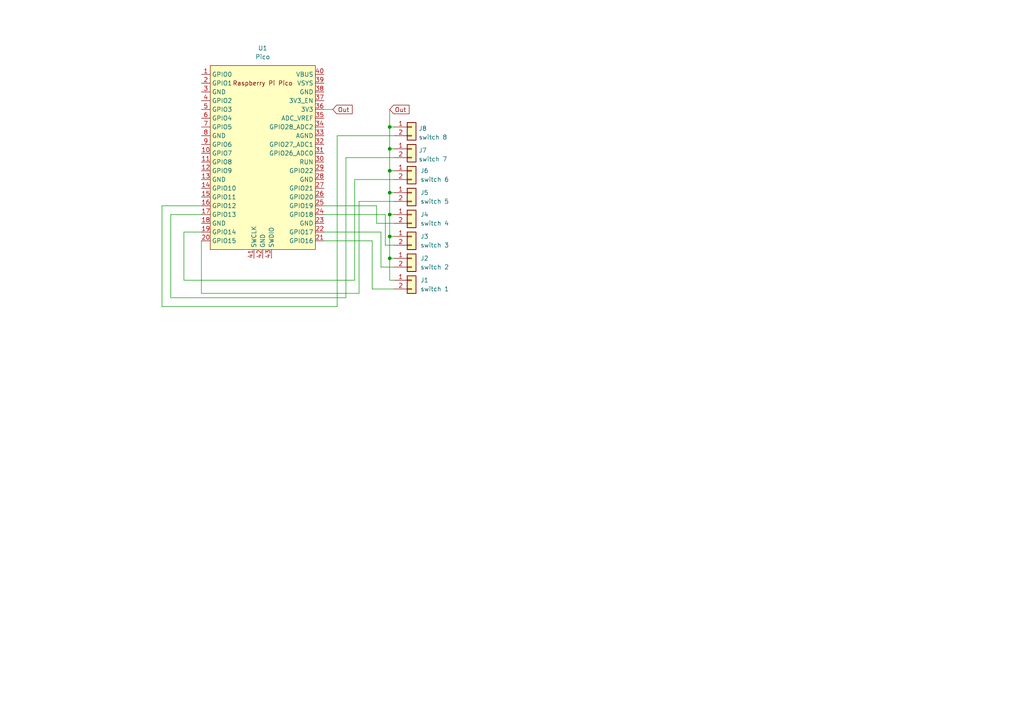
<source format=kicad_sch>
(kicad_sch (version 20211123) (generator eeschema)

  (uuid 8e247c2e-b63e-4a70-8c32-64933e91ced0)

  (paper "A4")

  (lib_symbols
    (symbol "Connector_Generic:Conn_01x02" (pin_names (offset 1.016) hide) (in_bom yes) (on_board yes)
      (property "Reference" "J" (id 0) (at 0 2.54 0)
        (effects (font (size 1.27 1.27)))
      )
      (property "Value" "Conn_01x02" (id 1) (at 0 -5.08 0)
        (effects (font (size 1.27 1.27)))
      )
      (property "Footprint" "" (id 2) (at 0 0 0)
        (effects (font (size 1.27 1.27)) hide)
      )
      (property "Datasheet" "~" (id 3) (at 0 0 0)
        (effects (font (size 1.27 1.27)) hide)
      )
      (property "ki_keywords" "connector" (id 4) (at 0 0 0)
        (effects (font (size 1.27 1.27)) hide)
      )
      (property "ki_description" "Generic connector, single row, 01x02, script generated (kicad-library-utils/schlib/autogen/connector/)" (id 5) (at 0 0 0)
        (effects (font (size 1.27 1.27)) hide)
      )
      (property "ki_fp_filters" "Connector*:*_1x??_*" (id 6) (at 0 0 0)
        (effects (font (size 1.27 1.27)) hide)
      )
      (symbol "Conn_01x02_1_1"
        (rectangle (start -1.27 -2.413) (end 0 -2.667)
          (stroke (width 0.1524) (type default) (color 0 0 0 0))
          (fill (type none))
        )
        (rectangle (start -1.27 0.127) (end 0 -0.127)
          (stroke (width 0.1524) (type default) (color 0 0 0 0))
          (fill (type none))
        )
        (rectangle (start -1.27 1.27) (end 1.27 -3.81)
          (stroke (width 0.254) (type default) (color 0 0 0 0))
          (fill (type background))
        )
        (pin passive line (at -5.08 0 0) (length 3.81)
          (name "Pin_1" (effects (font (size 1.27 1.27))))
          (number "1" (effects (font (size 1.27 1.27))))
        )
        (pin passive line (at -5.08 -2.54 0) (length 3.81)
          (name "Pin_2" (effects (font (size 1.27 1.27))))
          (number "2" (effects (font (size 1.27 1.27))))
        )
      )
    )
    (symbol "MCU_RaspberryPi_and_Boards:Pico" (in_bom yes) (on_board yes)
      (property "Reference" "U" (id 0) (at -13.97 27.94 0)
        (effects (font (size 1.27 1.27)))
      )
      (property "Value" "Pico" (id 1) (at 0 19.05 0)
        (effects (font (size 1.27 1.27)))
      )
      (property "Footprint" "RPi_Pico:RPi_Pico_SMD_TH" (id 2) (at 0 0 90)
        (effects (font (size 1.27 1.27)) hide)
      )
      (property "Datasheet" "" (id 3) (at 0 0 0)
        (effects (font (size 1.27 1.27)) hide)
      )
      (symbol "Pico_0_0"
        (text "Raspberry Pi Pico" (at 0 21.59 0)
          (effects (font (size 1.27 1.27)))
        )
      )
      (symbol "Pico_0_1"
        (rectangle (start -15.24 26.67) (end 15.24 -26.67)
          (stroke (width 0) (type default) (color 0 0 0 0))
          (fill (type background))
        )
      )
      (symbol "Pico_1_1"
        (pin bidirectional line (at -17.78 24.13 0) (length 2.54)
          (name "GPIO0" (effects (font (size 1.27 1.27))))
          (number "1" (effects (font (size 1.27 1.27))))
        )
        (pin bidirectional line (at -17.78 1.27 0) (length 2.54)
          (name "GPIO7" (effects (font (size 1.27 1.27))))
          (number "10" (effects (font (size 1.27 1.27))))
        )
        (pin bidirectional line (at -17.78 -1.27 0) (length 2.54)
          (name "GPIO8" (effects (font (size 1.27 1.27))))
          (number "11" (effects (font (size 1.27 1.27))))
        )
        (pin bidirectional line (at -17.78 -3.81 0) (length 2.54)
          (name "GPIO9" (effects (font (size 1.27 1.27))))
          (number "12" (effects (font (size 1.27 1.27))))
        )
        (pin power_in line (at -17.78 -6.35 0) (length 2.54)
          (name "GND" (effects (font (size 1.27 1.27))))
          (number "13" (effects (font (size 1.27 1.27))))
        )
        (pin bidirectional line (at -17.78 -8.89 0) (length 2.54)
          (name "GPIO10" (effects (font (size 1.27 1.27))))
          (number "14" (effects (font (size 1.27 1.27))))
        )
        (pin bidirectional line (at -17.78 -11.43 0) (length 2.54)
          (name "GPIO11" (effects (font (size 1.27 1.27))))
          (number "15" (effects (font (size 1.27 1.27))))
        )
        (pin bidirectional line (at -17.78 -13.97 0) (length 2.54)
          (name "GPIO12" (effects (font (size 1.27 1.27))))
          (number "16" (effects (font (size 1.27 1.27))))
        )
        (pin bidirectional line (at -17.78 -16.51 0) (length 2.54)
          (name "GPIO13" (effects (font (size 1.27 1.27))))
          (number "17" (effects (font (size 1.27 1.27))))
        )
        (pin power_in line (at -17.78 -19.05 0) (length 2.54)
          (name "GND" (effects (font (size 1.27 1.27))))
          (number "18" (effects (font (size 1.27 1.27))))
        )
        (pin bidirectional line (at -17.78 -21.59 0) (length 2.54)
          (name "GPIO14" (effects (font (size 1.27 1.27))))
          (number "19" (effects (font (size 1.27 1.27))))
        )
        (pin bidirectional line (at -17.78 21.59 0) (length 2.54)
          (name "GPIO1" (effects (font (size 1.27 1.27))))
          (number "2" (effects (font (size 1.27 1.27))))
        )
        (pin bidirectional line (at -17.78 -24.13 0) (length 2.54)
          (name "GPIO15" (effects (font (size 1.27 1.27))))
          (number "20" (effects (font (size 1.27 1.27))))
        )
        (pin bidirectional line (at 17.78 -24.13 180) (length 2.54)
          (name "GPIO16" (effects (font (size 1.27 1.27))))
          (number "21" (effects (font (size 1.27 1.27))))
        )
        (pin bidirectional line (at 17.78 -21.59 180) (length 2.54)
          (name "GPIO17" (effects (font (size 1.27 1.27))))
          (number "22" (effects (font (size 1.27 1.27))))
        )
        (pin power_in line (at 17.78 -19.05 180) (length 2.54)
          (name "GND" (effects (font (size 1.27 1.27))))
          (number "23" (effects (font (size 1.27 1.27))))
        )
        (pin bidirectional line (at 17.78 -16.51 180) (length 2.54)
          (name "GPIO18" (effects (font (size 1.27 1.27))))
          (number "24" (effects (font (size 1.27 1.27))))
        )
        (pin bidirectional line (at 17.78 -13.97 180) (length 2.54)
          (name "GPIO19" (effects (font (size 1.27 1.27))))
          (number "25" (effects (font (size 1.27 1.27))))
        )
        (pin bidirectional line (at 17.78 -11.43 180) (length 2.54)
          (name "GPIO20" (effects (font (size 1.27 1.27))))
          (number "26" (effects (font (size 1.27 1.27))))
        )
        (pin bidirectional line (at 17.78 -8.89 180) (length 2.54)
          (name "GPIO21" (effects (font (size 1.27 1.27))))
          (number "27" (effects (font (size 1.27 1.27))))
        )
        (pin power_in line (at 17.78 -6.35 180) (length 2.54)
          (name "GND" (effects (font (size 1.27 1.27))))
          (number "28" (effects (font (size 1.27 1.27))))
        )
        (pin bidirectional line (at 17.78 -3.81 180) (length 2.54)
          (name "GPIO22" (effects (font (size 1.27 1.27))))
          (number "29" (effects (font (size 1.27 1.27))))
        )
        (pin power_in line (at -17.78 19.05 0) (length 2.54)
          (name "GND" (effects (font (size 1.27 1.27))))
          (number "3" (effects (font (size 1.27 1.27))))
        )
        (pin input line (at 17.78 -1.27 180) (length 2.54)
          (name "RUN" (effects (font (size 1.27 1.27))))
          (number "30" (effects (font (size 1.27 1.27))))
        )
        (pin bidirectional line (at 17.78 1.27 180) (length 2.54)
          (name "GPIO26_ADC0" (effects (font (size 1.27 1.27))))
          (number "31" (effects (font (size 1.27 1.27))))
        )
        (pin bidirectional line (at 17.78 3.81 180) (length 2.54)
          (name "GPIO27_ADC1" (effects (font (size 1.27 1.27))))
          (number "32" (effects (font (size 1.27 1.27))))
        )
        (pin power_in line (at 17.78 6.35 180) (length 2.54)
          (name "AGND" (effects (font (size 1.27 1.27))))
          (number "33" (effects (font (size 1.27 1.27))))
        )
        (pin bidirectional line (at 17.78 8.89 180) (length 2.54)
          (name "GPIO28_ADC2" (effects (font (size 1.27 1.27))))
          (number "34" (effects (font (size 1.27 1.27))))
        )
        (pin power_in line (at 17.78 11.43 180) (length 2.54)
          (name "ADC_VREF" (effects (font (size 1.27 1.27))))
          (number "35" (effects (font (size 1.27 1.27))))
        )
        (pin power_in line (at 17.78 13.97 180) (length 2.54)
          (name "3V3" (effects (font (size 1.27 1.27))))
          (number "36" (effects (font (size 1.27 1.27))))
        )
        (pin input line (at 17.78 16.51 180) (length 2.54)
          (name "3V3_EN" (effects (font (size 1.27 1.27))))
          (number "37" (effects (font (size 1.27 1.27))))
        )
        (pin bidirectional line (at 17.78 19.05 180) (length 2.54)
          (name "GND" (effects (font (size 1.27 1.27))))
          (number "38" (effects (font (size 1.27 1.27))))
        )
        (pin power_in line (at 17.78 21.59 180) (length 2.54)
          (name "VSYS" (effects (font (size 1.27 1.27))))
          (number "39" (effects (font (size 1.27 1.27))))
        )
        (pin bidirectional line (at -17.78 16.51 0) (length 2.54)
          (name "GPIO2" (effects (font (size 1.27 1.27))))
          (number "4" (effects (font (size 1.27 1.27))))
        )
        (pin power_in line (at 17.78 24.13 180) (length 2.54)
          (name "VBUS" (effects (font (size 1.27 1.27))))
          (number "40" (effects (font (size 1.27 1.27))))
        )
        (pin input line (at -2.54 -29.21 90) (length 2.54)
          (name "SWCLK" (effects (font (size 1.27 1.27))))
          (number "41" (effects (font (size 1.27 1.27))))
        )
        (pin power_in line (at 0 -29.21 90) (length 2.54)
          (name "GND" (effects (font (size 1.27 1.27))))
          (number "42" (effects (font (size 1.27 1.27))))
        )
        (pin bidirectional line (at 2.54 -29.21 90) (length 2.54)
          (name "SWDIO" (effects (font (size 1.27 1.27))))
          (number "43" (effects (font (size 1.27 1.27))))
        )
        (pin bidirectional line (at -17.78 13.97 0) (length 2.54)
          (name "GPIO3" (effects (font (size 1.27 1.27))))
          (number "5" (effects (font (size 1.27 1.27))))
        )
        (pin bidirectional line (at -17.78 11.43 0) (length 2.54)
          (name "GPIO4" (effects (font (size 1.27 1.27))))
          (number "6" (effects (font (size 1.27 1.27))))
        )
        (pin bidirectional line (at -17.78 8.89 0) (length 2.54)
          (name "GPIO5" (effects (font (size 1.27 1.27))))
          (number "7" (effects (font (size 1.27 1.27))))
        )
        (pin power_in line (at -17.78 6.35 0) (length 2.54)
          (name "GND" (effects (font (size 1.27 1.27))))
          (number "8" (effects (font (size 1.27 1.27))))
        )
        (pin bidirectional line (at -17.78 3.81 0) (length 2.54)
          (name "GPIO6" (effects (font (size 1.27 1.27))))
          (number "9" (effects (font (size 1.27 1.27))))
        )
      )
    )
  )

  (junction (at 113.03 43.18) (diameter 0) (color 0 0 0 0)
    (uuid 1513aaab-d10f-4e1f-953c-b207de6b915c)
  )
  (junction (at 113.03 62.23) (diameter 0) (color 0 0 0 0)
    (uuid 3333ebbd-b600-46c6-8cf0-8b6e02842df3)
  )
  (junction (at 113.03 74.93) (diameter 0) (color 0 0 0 0)
    (uuid 4096c8e3-18de-4d14-8837-37b1085905cd)
  )
  (junction (at 113.03 49.53) (diameter 0) (color 0 0 0 0)
    (uuid 4e77debb-f37d-459e-9554-542363d826aa)
  )
  (junction (at 113.03 36.83) (diameter 0) (color 0 0 0 0)
    (uuid 710728c3-517c-4242-b364-9c27e4dce61d)
  )
  (junction (at 113.03 55.88) (diameter 0) (color 0 0 0 0)
    (uuid c5e34d78-32ac-458c-b1ad-a3687acba769)
  )
  (junction (at 113.03 68.58) (diameter 0) (color 0 0 0 0)
    (uuid c847e662-d033-4c33-a7ac-02fd3fa9fa18)
  )

  (wire (pts (xy 93.98 59.69) (xy 109.22 59.69))
    (stroke (width 0) (type default) (color 0 0 0 0))
    (uuid 044efde3-0dd4-451b-adce-22ec37ff1562)
  )
  (wire (pts (xy 58.42 67.31) (xy 53.34 67.31))
    (stroke (width 0) (type default) (color 0 0 0 0))
    (uuid 045fc621-2ca3-427b-8ef1-240d98a11b3f)
  )
  (wire (pts (xy 53.34 81.28) (xy 102.87 81.28))
    (stroke (width 0) (type default) (color 0 0 0 0))
    (uuid 13c6d79a-4b14-4421-b9ce-a58a16762e28)
  )
  (wire (pts (xy 111.76 71.12) (xy 114.3 71.12))
    (stroke (width 0) (type default) (color 0 0 0 0))
    (uuid 16185abe-89cc-4b4d-8d66-6bb9585c931f)
  )
  (wire (pts (xy 113.03 43.18) (xy 113.03 49.53))
    (stroke (width 0) (type default) (color 0 0 0 0))
    (uuid 1e483cf8-9e9a-4977-b975-9c07821e4ae7)
  )
  (wire (pts (xy 113.03 55.88) (xy 114.3 55.88))
    (stroke (width 0) (type default) (color 0 0 0 0))
    (uuid 2229db8d-9c80-46bc-b0bb-0d5635ec517e)
  )
  (wire (pts (xy 93.98 67.31) (xy 110.49 67.31))
    (stroke (width 0) (type default) (color 0 0 0 0))
    (uuid 23379294-528e-4cff-80e1-bc9bacdce05b)
  )
  (wire (pts (xy 102.87 81.28) (xy 102.87 52.07))
    (stroke (width 0) (type default) (color 0 0 0 0))
    (uuid 27ae32b5-5bc9-47d4-9b71-b149bc3ccee1)
  )
  (wire (pts (xy 113.03 31.75) (xy 113.03 36.83))
    (stroke (width 0) (type default) (color 0 0 0 0))
    (uuid 2e7d5b89-066b-4def-972a-f4080c2bd0b9)
  )
  (wire (pts (xy 113.03 62.23) (xy 114.3 62.23))
    (stroke (width 0) (type default) (color 0 0 0 0))
    (uuid 365a9f24-7589-4a9e-9d86-c7f3815abd7c)
  )
  (wire (pts (xy 113.03 74.93) (xy 114.3 74.93))
    (stroke (width 0) (type default) (color 0 0 0 0))
    (uuid 397cd0d0-ec81-466e-aecd-d2ceee76e173)
  )
  (wire (pts (xy 109.22 64.77) (xy 114.3 64.77))
    (stroke (width 0) (type default) (color 0 0 0 0))
    (uuid 3b136cd7-cf47-4df1-9dd2-60c70260bb66)
  )
  (wire (pts (xy 93.98 31.75) (xy 96.52 31.75))
    (stroke (width 0) (type default) (color 0 0 0 0))
    (uuid 3bfd20a4-6b0c-4df5-b0ef-667f45d52783)
  )
  (wire (pts (xy 97.79 39.37) (xy 97.79 88.9))
    (stroke (width 0) (type default) (color 0 0 0 0))
    (uuid 40105fad-9dbd-4d53-8eb0-67d8c84dc682)
  )
  (wire (pts (xy 49.53 86.36) (xy 100.33 86.36))
    (stroke (width 0) (type default) (color 0 0 0 0))
    (uuid 45a0ea3a-da06-4958-b002-46f0015400cc)
  )
  (wire (pts (xy 113.03 55.88) (xy 113.03 62.23))
    (stroke (width 0) (type default) (color 0 0 0 0))
    (uuid 46d8e19f-3930-40b6-8592-f13dd41f9f03)
  )
  (wire (pts (xy 97.79 39.37) (xy 114.3 39.37))
    (stroke (width 0) (type default) (color 0 0 0 0))
    (uuid 483dcd72-d815-49e1-9bb2-5658cc1c7741)
  )
  (wire (pts (xy 110.49 77.47) (xy 114.3 77.47))
    (stroke (width 0) (type default) (color 0 0 0 0))
    (uuid 4f9ae4ae-7fd5-40b7-9bda-1c86ac8fe0fe)
  )
  (wire (pts (xy 107.95 83.82) (xy 114.3 83.82))
    (stroke (width 0) (type default) (color 0 0 0 0))
    (uuid 55388d05-1113-450b-9418-d20942410bd4)
  )
  (wire (pts (xy 111.76 62.23) (xy 111.76 71.12))
    (stroke (width 0) (type default) (color 0 0 0 0))
    (uuid 5de69efa-88ad-454e-9f0d-512a7895b3da)
  )
  (wire (pts (xy 100.33 86.36) (xy 100.33 45.72))
    (stroke (width 0) (type default) (color 0 0 0 0))
    (uuid 63701fbb-eb6c-4e42-b1b3-7a60f7a7b215)
  )
  (wire (pts (xy 113.03 68.58) (xy 114.3 68.58))
    (stroke (width 0) (type default) (color 0 0 0 0))
    (uuid 69a99214-51e5-4198-b70b-bd7e300d2524)
  )
  (wire (pts (xy 113.03 49.53) (xy 114.3 49.53))
    (stroke (width 0) (type default) (color 0 0 0 0))
    (uuid 6d341081-e485-4fd1-933c-ec15fba8c3bc)
  )
  (wire (pts (xy 93.98 62.23) (xy 111.76 62.23))
    (stroke (width 0) (type default) (color 0 0 0 0))
    (uuid 74e1a999-cc85-4bae-a7ff-d8b26ac949cd)
  )
  (wire (pts (xy 49.53 62.23) (xy 49.53 86.36))
    (stroke (width 0) (type default) (color 0 0 0 0))
    (uuid 7ce6df63-ffa6-4fef-adcb-65834b331198)
  )
  (wire (pts (xy 113.03 43.18) (xy 114.3 43.18))
    (stroke (width 0) (type default) (color 0 0 0 0))
    (uuid 89481332-3839-46c2-a181-701e719a897a)
  )
  (wire (pts (xy 113.03 81.28) (xy 114.3 81.28))
    (stroke (width 0) (type default) (color 0 0 0 0))
    (uuid 89a303da-ca77-4e38-9ca8-8ec1e22c428c)
  )
  (wire (pts (xy 104.14 85.09) (xy 104.14 58.42))
    (stroke (width 0) (type default) (color 0 0 0 0))
    (uuid 8ed5ee37-baa2-47ad-92b9-9ec1256bdf44)
  )
  (wire (pts (xy 53.34 67.31) (xy 53.34 81.28))
    (stroke (width 0) (type default) (color 0 0 0 0))
    (uuid 90f407e6-ab50-4368-8e33-bc23c233f276)
  )
  (wire (pts (xy 113.03 49.53) (xy 113.03 55.88))
    (stroke (width 0) (type default) (color 0 0 0 0))
    (uuid 93bc46e4-5043-4364-805b-50ea1157941d)
  )
  (wire (pts (xy 110.49 67.31) (xy 110.49 77.47))
    (stroke (width 0) (type default) (color 0 0 0 0))
    (uuid 9d20650d-8c1a-4814-97fe-c9526953db91)
  )
  (wire (pts (xy 104.14 58.42) (xy 114.3 58.42))
    (stroke (width 0) (type default) (color 0 0 0 0))
    (uuid a37a3bbf-6f3a-4ec0-aab5-c053451fbf92)
  )
  (wire (pts (xy 102.87 52.07) (xy 114.3 52.07))
    (stroke (width 0) (type default) (color 0 0 0 0))
    (uuid a6f6537a-1684-45ce-a7a4-95fdcfad6540)
  )
  (wire (pts (xy 58.42 62.23) (xy 49.53 62.23))
    (stroke (width 0) (type default) (color 0 0 0 0))
    (uuid ab88f3e0-e707-48e0-91f8-7ac28f1ec265)
  )
  (wire (pts (xy 58.42 85.09) (xy 104.14 85.09))
    (stroke (width 0) (type default) (color 0 0 0 0))
    (uuid ae7197d1-ded7-4291-b079-95a9d6543dd4)
  )
  (wire (pts (xy 113.03 36.83) (xy 113.03 43.18))
    (stroke (width 0) (type default) (color 0 0 0 0))
    (uuid bc45e72e-54bf-49e8-8a93-6241b1e08251)
  )
  (wire (pts (xy 58.42 59.69) (xy 46.99 59.69))
    (stroke (width 0) (type default) (color 0 0 0 0))
    (uuid c0629038-e9f7-410b-9f57-84a98c903161)
  )
  (wire (pts (xy 100.33 45.72) (xy 114.3 45.72))
    (stroke (width 0) (type default) (color 0 0 0 0))
    (uuid c9648bdc-d98f-4525-8168-c7fdca907140)
  )
  (wire (pts (xy 113.03 62.23) (xy 113.03 68.58))
    (stroke (width 0) (type default) (color 0 0 0 0))
    (uuid d1851cec-0898-4ecb-9de2-d90a57dc0d95)
  )
  (wire (pts (xy 113.03 74.93) (xy 113.03 81.28))
    (stroke (width 0) (type default) (color 0 0 0 0))
    (uuid d78b5a65-1fde-4ebc-9dc2-78efbddd07eb)
  )
  (wire (pts (xy 46.99 88.9) (xy 97.79 88.9))
    (stroke (width 0) (type default) (color 0 0 0 0))
    (uuid da271bc9-708d-487e-8ba2-1d95b97468f4)
  )
  (wire (pts (xy 107.95 69.85) (xy 107.95 83.82))
    (stroke (width 0) (type default) (color 0 0 0 0))
    (uuid da6b2638-8725-49d5-8b3b-157cb264d00e)
  )
  (wire (pts (xy 109.22 59.69) (xy 109.22 64.77))
    (stroke (width 0) (type default) (color 0 0 0 0))
    (uuid dc822088-6745-4d4e-b627-c6f86bff9e16)
  )
  (wire (pts (xy 113.03 68.58) (xy 113.03 74.93))
    (stroke (width 0) (type default) (color 0 0 0 0))
    (uuid e13e500b-5c6a-44a4-b582-e211e032a1f5)
  )
  (wire (pts (xy 46.99 59.69) (xy 46.99 88.9))
    (stroke (width 0) (type default) (color 0 0 0 0))
    (uuid e5133bb1-1414-461b-aa19-e1d8173ac8c6)
  )
  (wire (pts (xy 58.42 69.85) (xy 58.42 85.09))
    (stroke (width 0) (type default) (color 0 0 0 0))
    (uuid e8e80187-1eb5-45d1-bf57-1f6b8200a202)
  )
  (wire (pts (xy 113.03 36.83) (xy 114.3 36.83))
    (stroke (width 0) (type default) (color 0 0 0 0))
    (uuid f4e7d35b-235c-4316-8d03-f1d2c030bf61)
  )
  (wire (pts (xy 93.98 69.85) (xy 107.95 69.85))
    (stroke (width 0) (type default) (color 0 0 0 0))
    (uuid f64fe2cb-1401-4ba7-8212-0e1cb29ad247)
  )

  (global_label "Out" (shape input) (at 113.03 31.75 0) (fields_autoplaced)
    (effects (font (size 1.27 1.27)) (justify left))
    (uuid 07ae3594-689a-497d-a4af-68fd4721c856)
    (property "Intersheet References" "${INTERSHEET_REFS}" (id 0) (at 118.6483 31.6706 0)
      (effects (font (size 1.27 1.27)) (justify left) hide)
    )
  )
  (global_label "Out" (shape input) (at 96.52 31.75 0) (fields_autoplaced)
    (effects (font (size 1.27 1.27)) (justify left))
    (uuid 79d2d086-b743-4707-86ad-8d114f7978b3)
    (property "Intersheet References" "${INTERSHEET_REFS}" (id 0) (at 102.1383 31.6706 0)
      (effects (font (size 1.27 1.27)) (justify left) hide)
    )
  )

  (symbol (lib_id "Connector_Generic:Conn_01x02") (at 119.38 55.88 0) (unit 1)
    (in_bom yes) (on_board yes) (fields_autoplaced)
    (uuid 0a2dcef2-f4fa-403a-9225-8dae005dca8c)
    (property "Reference" "J5" (id 0) (at 121.92 55.8799 0)
      (effects (font (size 1.27 1.27)) (justify left))
    )
    (property "Value" "switch 5" (id 1) (at 121.92 58.4199 0)
      (effects (font (size 1.27 1.27)) (justify left))
    )
    (property "Footprint" "" (id 2) (at 119.38 55.88 0)
      (effects (font (size 1.27 1.27)) hide)
    )
    (property "Datasheet" "~" (id 3) (at 119.38 55.88 0)
      (effects (font (size 1.27 1.27)) hide)
    )
    (pin "1" (uuid c611bc05-49b5-40ec-8cdb-1a1bb2d058ad))
    (pin "2" (uuid fb7c97ee-bfba-49df-b0a6-949d8c1dbc80))
  )

  (symbol (lib_id "Connector_Generic:Conn_01x02") (at 119.38 81.28 0) (unit 1)
    (in_bom yes) (on_board yes) (fields_autoplaced)
    (uuid 1afdd221-608b-420b-8eb2-861de263adb5)
    (property "Reference" "J1" (id 0) (at 121.92 81.2799 0)
      (effects (font (size 1.27 1.27)) (justify left))
    )
    (property "Value" "switch 1" (id 1) (at 121.92 83.8199 0)
      (effects (font (size 1.27 1.27)) (justify left))
    )
    (property "Footprint" "" (id 2) (at 119.38 81.28 0)
      (effects (font (size 1.27 1.27)) hide)
    )
    (property "Datasheet" "~" (id 3) (at 119.38 81.28 0)
      (effects (font (size 1.27 1.27)) hide)
    )
    (pin "1" (uuid 5f48357f-c353-4808-811f-74ed7ffaa7c6))
    (pin "2" (uuid 9d7822b4-339e-43c0-b115-d4b16189cc93))
  )

  (symbol (lib_id "Connector_Generic:Conn_01x02") (at 119.38 68.58 0) (unit 1)
    (in_bom yes) (on_board yes) (fields_autoplaced)
    (uuid 579f77ed-06cb-4636-90a8-76a0c0a9c3db)
    (property "Reference" "J3" (id 0) (at 121.92 68.5799 0)
      (effects (font (size 1.27 1.27)) (justify left))
    )
    (property "Value" "switch 3" (id 1) (at 121.92 71.1199 0)
      (effects (font (size 1.27 1.27)) (justify left))
    )
    (property "Footprint" "" (id 2) (at 119.38 68.58 0)
      (effects (font (size 1.27 1.27)) hide)
    )
    (property "Datasheet" "~" (id 3) (at 119.38 68.58 0)
      (effects (font (size 1.27 1.27)) hide)
    )
    (pin "1" (uuid 21e3b2ff-8fe5-4e4e-996f-171843ede0e9))
    (pin "2" (uuid 8ca5ce09-96de-4a74-b562-ec0571e50cf8))
  )

  (symbol (lib_id "Connector_Generic:Conn_01x02") (at 119.38 43.18 0) (unit 1)
    (in_bom yes) (on_board yes) (fields_autoplaced)
    (uuid 5da505b2-3739-4482-8e26-57fbd1d0117e)
    (property "Reference" "J7" (id 0) (at 121.412 43.6153 0)
      (effects (font (size 1.27 1.27)) (justify left))
    )
    (property "Value" "" (id 1) (at 121.412 46.1522 0)
      (effects (font (size 1.27 1.27)) (justify left))
    )
    (property "Footprint" "" (id 2) (at 119.38 43.18 0)
      (effects (font (size 1.27 1.27)) hide)
    )
    (property "Datasheet" "~" (id 3) (at 119.38 43.18 0)
      (effects (font (size 1.27 1.27)) hide)
    )
    (pin "1" (uuid d36de0a5-89c5-4ea9-8d6b-bca3e4990e9a))
    (pin "2" (uuid 6b11f5d6-8010-4cf6-a8fb-81c1bbc2a4a3))
  )

  (symbol (lib_id "Connector_Generic:Conn_01x02") (at 119.38 74.93 0) (unit 1)
    (in_bom yes) (on_board yes) (fields_autoplaced)
    (uuid 9dd5a8cb-6a16-48ca-86e4-360fc9a67dcf)
    (property "Reference" "J2" (id 0) (at 121.92 74.9299 0)
      (effects (font (size 1.27 1.27)) (justify left))
    )
    (property "Value" "switch 2" (id 1) (at 121.92 77.4699 0)
      (effects (font (size 1.27 1.27)) (justify left))
    )
    (property "Footprint" "" (id 2) (at 119.38 74.93 0)
      (effects (font (size 1.27 1.27)) hide)
    )
    (property "Datasheet" "~" (id 3) (at 119.38 74.93 0)
      (effects (font (size 1.27 1.27)) hide)
    )
    (pin "1" (uuid 8408e127-31e9-4f78-b888-00a3ef9bcad9))
    (pin "2" (uuid bf218a8c-7db6-48ad-bff1-d0df12437973))
  )

  (symbol (lib_id "MCU_RaspberryPi_and_Boards:Pico") (at 76.2 45.72 0) (unit 1)
    (in_bom yes) (on_board yes) (fields_autoplaced)
    (uuid 9e07d90c-56c0-4c4f-855e-0025effe6c99)
    (property "Reference" "U1" (id 0) (at 76.2 13.97 0))
    (property "Value" "Pico" (id 1) (at 76.2 16.51 0))
    (property "Footprint" "MCU_RaspberryPi_and_Boards:RPi_Pico_SMD_TH" (id 2) (at 76.2 45.72 90)
      (effects (font (size 1.27 1.27)) hide)
    )
    (property "Datasheet" "" (id 3) (at 76.2 45.72 0)
      (effects (font (size 1.27 1.27)) hide)
    )
    (pin "1" (uuid e1df4b0e-82c2-4440-ac04-3c42a4367634))
    (pin "10" (uuid 55159f70-13f1-47a3-bb2b-c74826aa604c))
    (pin "11" (uuid cdbac3ad-7252-4da8-b1a5-17f3fd6da071))
    (pin "12" (uuid a4eb21c6-285b-40a9-9401-daa21a94bf6e))
    (pin "13" (uuid 0ab7eac0-2505-46ca-a15f-2fbf3a0464df))
    (pin "14" (uuid 3f230696-6936-45fb-9c05-e7c58419a4fe))
    (pin "15" (uuid 581c7a64-fba5-4d4a-824b-f49a62311590))
    (pin "16" (uuid d2c2573f-95ca-4b27-b2b0-4a4afcd9537c))
    (pin "17" (uuid 30fbf204-bef9-4135-9949-e958965476e5))
    (pin "18" (uuid f4b94c24-3cba-40a3-b656-5a69ae755497))
    (pin "19" (uuid cf7c2f27-dfb2-4d35-9ded-39d46e2f0bdd))
    (pin "2" (uuid 2d2e3cbd-a7da-4440-b490-4f19b09f58e0))
    (pin "20" (uuid 8b0215d2-13f6-48a7-8cfc-233a25ea1f30))
    (pin "21" (uuid 1982601b-2a8e-40bd-a5af-aba91929618d))
    (pin "22" (uuid 85195ff4-4022-4363-b14b-87d01de5d306))
    (pin "23" (uuid 847e8d9f-68b8-458e-a56b-095489c111da))
    (pin "24" (uuid f9960147-0877-4502-ad52-336fc5c83a18))
    (pin "25" (uuid 11f8ac59-56bf-4d1a-8ad3-b4e0fd1dc52f))
    (pin "26" (uuid 5c579301-bff6-451b-b47f-4ab2a3b968be))
    (pin "27" (uuid cb4d8b56-fff0-4e32-bb68-134e4476c746))
    (pin "28" (uuid 78ede9a5-24b2-446b-883e-d0eb187e6d79))
    (pin "29" (uuid b37ba0e4-c660-44d5-bd24-47ff6d2ba9c7))
    (pin "3" (uuid c484a812-1402-4e4a-b9af-2e216b21f631))
    (pin "30" (uuid 250e48fb-e2d3-44be-a21e-1a17c0d65000))
    (pin "31" (uuid 1418a8af-ecf9-4c29-a7a3-d0ed1e478705))
    (pin "32" (uuid fb134e24-116f-4c1a-a910-69e228b2dca7))
    (pin "33" (uuid ab1e0f05-b1ba-418b-9e43-ba5776957f76))
    (pin "34" (uuid ada0013d-cfe2-4fa3-ae62-0cfc7e1da447))
    (pin "35" (uuid c8a3bad8-b631-46f3-ad1c-65cbb9e97856))
    (pin "36" (uuid 819f78e6-941f-4dad-85f1-b4c7c6b3f0f2))
    (pin "37" (uuid e99125d6-a0ca-4b37-842b-335296080c6e))
    (pin "38" (uuid f69224be-c98a-48ad-a04c-1caaa0418333))
    (pin "39" (uuid 25f1074a-6ae7-40ed-8106-5e5622cabe99))
    (pin "4" (uuid 36709ce8-feaf-4ca8-a999-4108fb101352))
    (pin "40" (uuid 078044b2-8672-471f-8af0-713545e8135d))
    (pin "41" (uuid c873fbd2-c35e-4523-8311-de379b125b9d))
    (pin "42" (uuid 75288219-cb62-4584-bfee-979eec5f882a))
    (pin "43" (uuid 179b931a-ee6e-4f42-a650-8fcc15be33cf))
    (pin "5" (uuid ce1926e7-aefc-4410-8ad7-0050d6aebd28))
    (pin "6" (uuid 543a1648-5784-4e1c-9576-bc01c6ff98bf))
    (pin "7" (uuid 1c72f17e-d445-4a58-842c-0dfdfce350d3))
    (pin "8" (uuid 7bafe9bc-eba9-4810-a855-8b4f34bb53ef))
    (pin "9" (uuid 594eb499-401a-4092-9a2b-1cc8f8989e5b))
  )

  (symbol (lib_id "Connector_Generic:Conn_01x02") (at 119.38 62.23 0) (unit 1)
    (in_bom yes) (on_board yes) (fields_autoplaced)
    (uuid c778bce4-ea38-4125-82e9-15b1058f6296)
    (property "Reference" "J4" (id 0) (at 121.92 62.2299 0)
      (effects (font (size 1.27 1.27)) (justify left))
    )
    (property "Value" "switch 4" (id 1) (at 121.92 64.7699 0)
      (effects (font (size 1.27 1.27)) (justify left))
    )
    (property "Footprint" "" (id 2) (at 119.38 62.23 0)
      (effects (font (size 1.27 1.27)) hide)
    )
    (property "Datasheet" "~" (id 3) (at 119.38 62.23 0)
      (effects (font (size 1.27 1.27)) hide)
    )
    (pin "1" (uuid 2d63ab5d-5d76-4fb9-8f74-7fdcb74f6540))
    (pin "2" (uuid c4ce6c0b-6ee0-41c4-81b8-47f66e529f0e))
  )

  (symbol (lib_id "Connector_Generic:Conn_01x02") (at 119.38 49.53 0) (unit 1)
    (in_bom yes) (on_board yes) (fields_autoplaced)
    (uuid cb232dae-017e-46a0-81d3-8ae4432055dd)
    (property "Reference" "J6" (id 0) (at 121.92 49.5299 0)
      (effects (font (size 1.27 1.27)) (justify left))
    )
    (property "Value" "switch 6" (id 1) (at 121.92 52.0699 0)
      (effects (font (size 1.27 1.27)) (justify left))
    )
    (property "Footprint" "" (id 2) (at 119.38 49.53 0)
      (effects (font (size 1.27 1.27)) hide)
    )
    (property "Datasheet" "~" (id 3) (at 119.38 49.53 0)
      (effects (font (size 1.27 1.27)) hide)
    )
    (pin "1" (uuid 58f281db-090d-4a92-8a73-05e2a97a7ee9))
    (pin "2" (uuid cc490913-daab-4fa1-87b9-975705ee9dbd))
  )

  (symbol (lib_id "Connector_Generic:Conn_01x02") (at 119.38 36.83 0) (unit 1)
    (in_bom yes) (on_board yes) (fields_autoplaced)
    (uuid d0328239-535b-4cf1-98be-6519c44fecfc)
    (property "Reference" "J8" (id 0) (at 121.412 37.2653 0)
      (effects (font (size 1.27 1.27)) (justify left))
    )
    (property "Value" "" (id 1) (at 121.412 39.8022 0)
      (effects (font (size 1.27 1.27)) (justify left))
    )
    (property "Footprint" "" (id 2) (at 119.38 36.83 0)
      (effects (font (size 1.27 1.27)) hide)
    )
    (property "Datasheet" "~" (id 3) (at 119.38 36.83 0)
      (effects (font (size 1.27 1.27)) hide)
    )
    (pin "1" (uuid 55cbface-ebaa-4c3e-ac09-730562c682a9))
    (pin "2" (uuid e7fef4bc-5828-4a90-9af3-cc72abd07978))
  )

  (sheet_instances
    (path "/" (page "1"))
  )

  (symbol_instances
    (path "/1afdd221-608b-420b-8eb2-861de263adb5"
      (reference "J1") (unit 1) (value "switch 1") (footprint "Switch_Keyboard_Hotswap_Kailh:SW_Hotswap_Kailh_Choc_V1V2")
    )
    (path "/9dd5a8cb-6a16-48ca-86e4-360fc9a67dcf"
      (reference "J2") (unit 1) (value "switch 2") (footprint "Switch_Keyboard_Hotswap_Kailh:SW_Hotswap_Kailh_Choc_V1V2")
    )
    (path "/579f77ed-06cb-4636-90a8-76a0c0a9c3db"
      (reference "J3") (unit 1) (value "switch 3") (footprint "Switch_Keyboard_Hotswap_Kailh:SW_Hotswap_Kailh_Choc_V1V2")
    )
    (path "/c778bce4-ea38-4125-82e9-15b1058f6296"
      (reference "J4") (unit 1) (value "switch 4") (footprint "Switch_Keyboard_Hotswap_Kailh:SW_Hotswap_Kailh_Choc_V1V2")
    )
    (path "/0a2dcef2-f4fa-403a-9225-8dae005dca8c"
      (reference "J5") (unit 1) (value "switch 5") (footprint "Switch_Keyboard_Hotswap_Kailh:SW_Hotswap_Kailh_Choc_V1V2")
    )
    (path "/cb232dae-017e-46a0-81d3-8ae4432055dd"
      (reference "J6") (unit 1) (value "switch 6") (footprint "Switch_Keyboard_Hotswap_Kailh:SW_Hotswap_Kailh_Choc_V1V2")
    )
    (path "/5da505b2-3739-4482-8e26-57fbd1d0117e"
      (reference "J7") (unit 1) (value "switch 7") (footprint "Switch_Keyboard_Hotswap_Kailh:SW_Hotswap_Kailh_Choc_V1V2")
    )
    (path "/d0328239-535b-4cf1-98be-6519c44fecfc"
      (reference "J8") (unit 1) (value "switch 8") (footprint "Switch_Keyboard_Hotswap_Kailh:SW_Hotswap_Kailh_Choc_V1V2")
    )
    (path "/9e07d90c-56c0-4c4f-855e-0025effe6c99"
      (reference "U1") (unit 1) (value "Pico") (footprint "MCU_RaspberryPi_and_Boards:RPi_Pico_SMD_TH")
    )
  )
)

</source>
